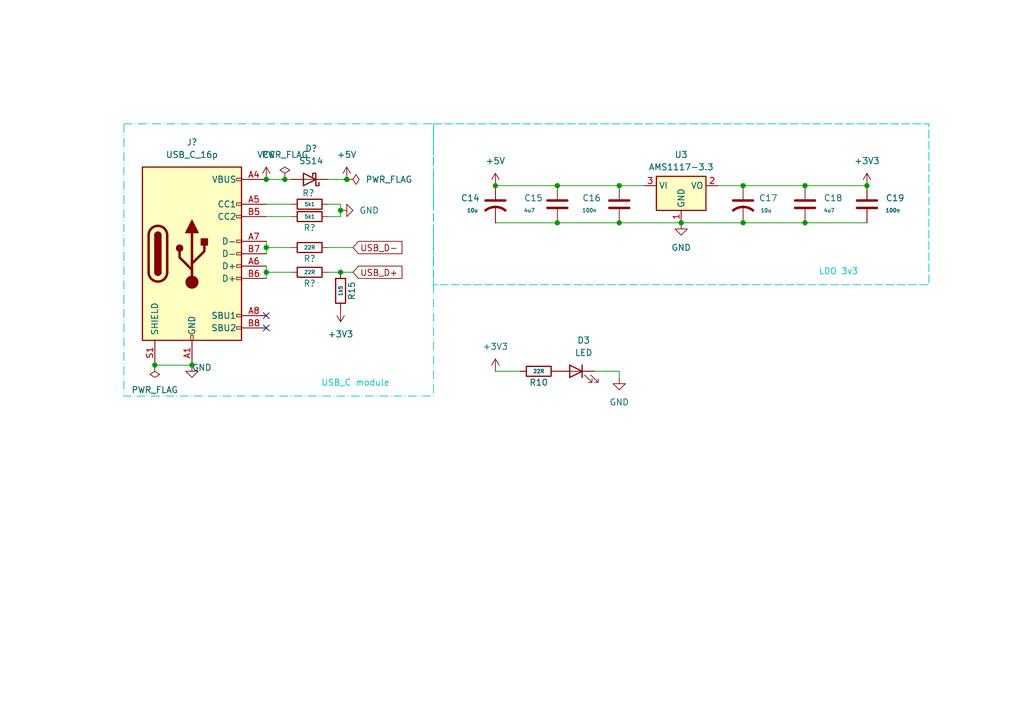
<source format=kicad_sch>
(kicad_sch (version 20250114) (generator "eeschema") (generator_version "9.0")
  (paper "A5")
  (lib_symbols
    (symbol "Connector:USB_C_Receptacle_USB2.0_16P" (pin_names (offset 1.016))
      (property "Reference" "J" (at 0 22.225 0))
      (property "Value" "USB_C_Receptacle_USB2.0_16P" (at 0 19.685 0))
      (symbol "USB_C_Receptacle_USB2.0_16P_0_0"
        (rectangle (start -0.254 -17.78) (end 0.254 -16.764))
        (rectangle (start 10.16 15.494) (end 9.144 14.986))
        (rectangle (start 10.16 10.414) (end 9.144 9.906))
        (rectangle (start 10.16 7.874) (end 9.144 7.366))
        (rectangle (start 10.16 2.794) (end 9.144 2.286))
        (rectangle (start 10.16 0.254) (end 9.144 -0.254))
        (rectangle (start 10.16 -2.286) (end 9.144 -2.794))
        (rectangle (start 10.16 -4.826) (end 9.144 -5.334))
        (rectangle (start 10.16 -12.446) (end 9.144 -12.954))
        (rectangle (start 10.16 -14.986) (end 9.144 -15.494))
      )
      (symbol "USB_C_Receptacle_USB2.0_16P_0_1"
        (rectangle (start -10.16 17.78) (end 10.16 -17.78) (stroke (width 0.254)) (fill (type background)))
        (polyline (pts (xy -8.89 -3.81) (xy -8.89 3.81)) (stroke (width 0.508)))
        (rectangle (start -7.62 -3.81) (end -6.35 3.81) (stroke (width 0.254)) (fill (type outline)))
        (arc (start -7.62 3.81) (mid -6.985 4.4423) (end -6.35 3.81) (stroke (width 0.254)))
        (arc (start -7.62 3.81) (mid -6.985 4.4423) (end -6.35 3.81) (stroke (width 0.254)) (fill (type outline)))
        (arc (start -8.89 3.81) (mid -6.985 5.7067) (end -5.08 3.81) (stroke (width 0.508)))
        (arc (start -5.08 -3.81) (mid -6.985 -5.7067) (end -8.89 -3.81) (stroke (width 0.508)))
        (arc (start -6.35 -3.81) (mid -6.985 -4.4423) (end -7.62 -3.81) (stroke (width 0.254)))
        (arc (start -6.35 -3.81) (mid -6.985 -4.4423) (end -7.62 -3.81) (stroke (width 0.254)) (fill (type outline)))
        (polyline (pts (xy -5.08 3.81) (xy -5.08 -3.81)) (stroke (width 0.508)))
        (circle (center -2.54 1.143) (radius 0.635) (stroke (width 0.254)) (fill (type outline)))
        (polyline (pts (xy -1.27 4.318) (xy 0 6.858) (xy 1.27 4.318) (xy -1.27 4.318)) (stroke (width 0.254)) (fill (type outline)))
        (polyline (pts (xy 0 -2.032) (xy 2.54 0.508) (xy 2.54 1.778)) (stroke (width 0.508)))
        (polyline (pts (xy 0 -3.302) (xy -2.54 -0.762) (xy -2.54 0.508)) (stroke (width 0.508)))
        (polyline (pts (xy 0 -5.842) (xy 0 4.318)) (stroke (width 0.508)))
        (circle (center 0 -5.842) (radius 1.27) (fill (type outline)))
        (rectangle (start 1.905 1.778) (end 3.175 3.048) (stroke (width 0.254)) (fill (type outline)))
      )
      (symbol "USB_C_Receptacle_USB2.0_16P_1_1"
        (pin passive line (at -7.62 -22.86 90) (length 5.08) (name "SHIELD") (number "S1"))
        (pin passive line (at 0 -22.86 90) (length 5.08) (name "GND") (number "A1"))
        (pin passive line (at 0 -22.86 90) (length 5.08) (hide yes) (name "GND") (number "A12"))
        (pin passive line (at 0 -22.86 90) (length 5.08) (hide yes) (name "GND") (number "B1"))
        (pin passive line (at 0 -22.86 90) (length 5.08) (hide yes) (name "GND") (number "B12"))
        (pin passive line (at 15.24 15.24 180) (length 5.08) (name "VBUS") (number "A4"))
        (pin passive line (at 15.24 15.24 180) (length 5.08) (hide yes) (name "VBUS") (number "A9"))
        (pin passive line (at 15.24 15.24 180) (length 5.08) (hide yes) (name "VBUS") (number "B4"))
        (pin passive line (at 15.24 15.24 180) (length 5.08) (hide yes) (name "VBUS") (number "B9"))
        (pin bidirectional line (at 15.24 10.16 180) (length 5.08) (name "CC1") (number "A5"))
        (pin bidirectional line (at 15.24 7.62 180) (length 5.08) (name "CC2") (number "B5"))
        (pin bidirectional line (at 15.24 2.54 180) (length 5.08) (name "D-") (number "A7"))
        (pin bidirectional line (at 15.24 0 180) (length 5.08) (name "D-") (number "B7"))
        (pin bidirectional line (at 15.24 -2.54 180) (length 5.08) (name "D+") (number "A6"))
        (pin bidirectional line (at 15.24 -5.08 180) (length 5.08) (name "D+") (number "B6"))
        (pin bidirectional line (at 15.24 -12.7 180) (length 5.08) (name "SBU1") (number "A8"))
        (pin bidirectional line (at 15.24 -15.24 180) (length 5.08) (name "SBU2") (number "B8"))
      )
    )
    (symbol "Device:C" (pin_numbers (hide yes)) (pin_names (offset 0.254))
      (property "Reference" "C" (at 0.635 2.54 0))
      (property "Value" "C" (at 0.635 -2.54 0))
      (symbol "C_0_1"
        (polyline (pts (xy -2.032 0.762) (xy 2.032 0.762)) (stroke (width 0.508)))
        (polyline (pts (xy -2.032 -0.762) (xy 2.032 -0.762)) (stroke (width 0.508)))
      )
      (symbol "C_1_1"
        (pin passive line (at 0 3.81 270) (length 2.794) (name "~") (number "1"))
        (pin passive line (at 0 -3.81 90) (length 2.794) (name "~") (number "2"))
      )
    )
    (symbol "Device:C_US" (pin_numbers (hide yes)) (pin_names (offset 0.254) (hide yes))
      (property "Reference" "C" (at 0.635 2.54 0))
      (property "Value" "C_US" (at 0.635 -2.54 0))
      (symbol "C_US_0_1"
        (polyline (pts (xy -2.032 0.762) (xy 2.032 0.762)) (stroke (width 0.508)))
        (arc (start -2.032 -1.27) (mid 0 -0.5572) (end 2.032 -1.27) (stroke (width 0.508)))
      )
      (symbol "C_US_1_1"
        (pin passive line (at 0 3.81 270) (length 2.794) (name "~") (number "1"))
        (pin passive line (at 0 -3.81 90) (length 3.302) (name "~") (number "2"))
      )
    )
    (symbol "Device:LED" (pin_numbers (hide yes)) (pin_names (offset 1.016) (hide yes))
      (property "Reference" "D" (at 0 2.54 0))
      (property "Value" "LED" (at 0 -2.54 0))
      (symbol "LED_0_1"
        (polyline (pts (xy -3.048 -0.762) (xy -4.572 -2.286) (xy -3.81 -2.286) (xy -4.572 -2.286) (xy -4.572 -1.524)))
        (polyline (pts (xy -1.778 -0.762) (xy -3.302 -2.286) (xy -2.54 -2.286) (xy -3.302 -2.286) (xy -3.302 -1.524)))
        (polyline (pts (xy -1.27 0) (xy 1.27 0)))
        (polyline (pts (xy -1.27 -1.27) (xy -1.27 1.27)) (stroke (width 0.254)))
        (polyline (pts (xy 1.27 -1.27) (xy 1.27 1.27) (xy -1.27 0) (xy 1.27 -1.27)) (stroke (width 0.254)))
      )
      (symbol "LED_1_1"
        (pin passive line (at -3.81 0 0) (length 2.54) (name "K") (number "1"))
        (pin passive line (at 3.81 0 180) (length 2.54) (name "A") (number "2"))
      )
    )
    (symbol "Device:R" (pin_numbers (hide yes)) (pin_names (offset 0))
      (property "Reference" "R" (at 2.032 0 90))
      (property "Value" "R" (at 0 0 90))
      (symbol "R_0_1"
        (rectangle (start -1.016 -2.54) (end 1.016 2.54) (stroke (width 0.254)))
      )
      (symbol "R_1_1"
        (pin passive line (at 0 3.81 270) (length 1.27) (name "~") (number "1"))
        (pin passive line (at 0 -3.81 90) (length 1.27) (name "~") (number "2"))
      )
    )
    (symbol "Diode:SS14" (pin_numbers (hide yes)) (pin_names (offset 1.016) (hide yes))
      (property "Reference" "D" (at 0 2.54 0))
      (property "Value" "SS14" (at 0 -2.54 0))
      (symbol "SS14_0_1"
        (polyline (pts (xy -1.905 0.635) (xy -1.905 1.27) (xy -1.27 1.27) (xy -1.27 -1.27) (xy -0.635 -1.27) (xy -0.635 -0.635)) (stroke (width 0.254)))
        (polyline (pts (xy 1.27 1.27) (xy 1.27 -1.27) (xy -1.27 0) (xy 1.27 1.27)) (stroke (width 0.254)))
        (polyline (pts (xy 1.27 0) (xy -1.27 0)))
      )
      (symbol "SS14_1_1"
        (pin passive line (at -3.81 0 0) (length 2.54) (name "K") (number "1"))
        (pin passive line (at 3.81 0 180) (length 2.54) (name "A") (number "2"))
      )
    )
    (symbol "Regulator_Linear:AMS1117-3.3"
      (property "Reference" "U" (at -3.81 3.175 0))
      (property "Value" "AMS1117-3.3" (at 0 3.175 0))
      (symbol "AMS1117-3.3_0_1"
        (rectangle (start -5.08 -5.08) (end 5.08 1.905) (stroke (width 0.254)) (fill (type background)))
      )
      (symbol "AMS1117-3.3_1_1"
        (pin power_in line (at -7.62 0 0) (length 2.54) (name "VI") (number "3"))
        (pin power_in line (at 0 -7.62 90) (length 2.54) (name "GND") (number "1"))
        (pin power_out line (at 7.62 0 180) (length 2.54) (name "VO") (number "2"))
      )
    )
    (symbol "power:+3V3" (power) (pin_numbers (hide yes)) (pin_names (offset 0) (hide yes))
      (property "Value" "+3V3" (at 0 3.556 0))
      (symbol "+3V3_0_1"
        (polyline (pts (xy -0.762 1.27) (xy 0 2.54)))
        (polyline (pts (xy 0 2.54) (xy 0.762 1.27)))
        (polyline (pts (xy 0 0) (xy 0 2.54)))
      )
      (symbol "+3V3_1_1"
        (pin power_in line (at 0 0 90) (length 0) (name "~") (number "1"))
      )
    )
    (symbol "power:+5V" (power) (pin_numbers (hide yes)) (pin_names (offset 0) (hide yes))
      (property "Value" "+5V" (at 0 3.556 0))
      (symbol "+5V_0_1"
        (polyline (pts (xy -0.762 1.27) (xy 0 2.54)))
        (polyline (pts (xy 0 2.54) (xy 0.762 1.27)))
        (polyline (pts (xy 0 0) (xy 0 2.54)))
      )
      (symbol "+5V_1_1"
        (pin power_in line (at 0 0 90) (length 0) (name "~") (number "1"))
      )
    )
    (symbol "power:GND" (power) (pin_numbers (hide yes)) (pin_names (offset 0) (hide yes))
      (property "Value" "GND" (at 0 -3.81 0))
      (symbol "GND_0_1"
        (polyline (pts (xy 0 0) (xy 0 -1.27) (xy 1.27 -1.27) (xy 0 -2.54) (xy -1.27 -1.27) (xy 0 -1.27)))
      )
      (symbol "GND_1_1"
        (pin power_in line (at 0 0 270) (length 0) (name "~") (number "1"))
      )
    )
    (symbol "power:PWR_FLAG" (power) (pin_numbers (hide yes)) (pin_names (offset 0) (hide yes))
      (property "Value" "PWR_FLAG" (at 0 3.81 0))
      (symbol "PWR_FLAG_0_0"
        (pin power_out line (at 0 0 90) (length 0) (name "~") (number "1"))
      )
      (symbol "PWR_FLAG_0_1"
        (polyline (pts (xy 0 0) (xy 0 1.27) (xy -1.016 1.905) (xy 0 2.54) (xy 1.016 1.905) (xy 0 1.27)))
      )
    )
    (symbol "power:VCC" (power) (pin_numbers (hide yes)) (pin_names (offset 0) (hide yes))
      (property "Value" "VCC" (at 0 3.556 0))
      (symbol "VCC_0_1"
        (polyline (pts (xy -0.762 1.27) (xy 0 2.54)))
        (polyline (pts (xy 0 2.54) (xy 0.762 1.27)))
        (polyline (pts (xy 0 0) (xy 0 2.54)))
      )
      (symbol "VCC_1_1"
        (pin power_in line (at 0 0 90) (length 0) (name "~") (number "1"))
      )
    )
  )
  (rectangle (start 25.4 25.4) (end 88.9 81.28) (stroke (width 0) (type dash_dot) (color 0 194 194 1)))
  (rectangle (start 88.9 25.4) (end 190.5 58.42) (stroke (width 0) (type dash) (color 0 194 194 1)))
  (text "LDO 3v3\n" (at 171.958 55.88 0) (effects (font (size 1.27 1.27))))
  (text "USB_C module" (at 72.898 78.74 0) (effects (font (size 1.27 1.27))))
  (junction (at 127 45.72))
  (junction (at 69.85 43.18))
  (junction (at 31.75 74.93))
  (junction (at 71.12 36.83))
  (junction (at 58.42 36.83))
  (junction (at 54.61 55.88))
  (junction (at 165.1 38.1))
  (junction (at 139.7 45.72))
  (junction (at 165.1 45.72))
  (junction (at 69.85 55.88))
  (junction (at 54.61 50.8))
  (junction (at 114.3 38.1))
  (junction (at 152.4 38.1))
  (junction (at 39.37 74.93))
  (junction (at 101.6 38.1))
  (junction (at 127 38.1))
  (junction (at 54.61 36.83))
  (junction (at 114.3 45.72))
  (junction (at 152.4 45.72))
  (junction (at 177.8 38.1))
  (no_connect (at 54.61 67.31))
  (no_connect (at 54.61 64.77))
  (wire (pts (xy 152.4 38.1) (xy 165.1 38.1)))
  (wire (pts (xy 177.8 38.1) (xy 165.1 38.1)))
  (wire (pts (xy 69.85 43.18) (xy 69.85 44.45)))
  (wire (pts (xy 127 76.2) (xy 127 77.47)))
  (wire (pts (xy 139.7 45.72) (xy 152.4 45.72)))
  (wire (pts (xy 165.1 45.72) (xy 177.8 45.72)))
  (wire (pts (xy 67.31 44.45) (xy 69.85 44.45)))
  (wire (pts (xy 54.61 55.88) (xy 59.69 55.88)))
  (wire (pts (xy 121.92 76.2) (xy 127 76.2)))
  (wire (pts (xy 67.31 36.83) (xy 71.12 36.83)))
  (wire (pts (xy 54.61 50.8) (xy 54.61 52.07)))
  (wire (pts (xy 54.61 36.83) (xy 58.42 36.83)))
  (wire (pts (xy 69.85 41.91) (xy 69.85 43.18)))
  (wire (pts (xy 58.42 36.83) (xy 59.69 36.83)))
  (wire (pts (xy 101.6 76.2) (xy 106.68 76.2)))
  (wire (pts (xy 54.61 49.53) (xy 54.61 50.8)))
  (wire (pts (xy 101.6 38.1) (xy 114.3 38.1)))
  (wire (pts (xy 67.31 41.91) (xy 69.85 41.91)))
  (wire (pts (xy 69.85 55.88) (xy 72.39 55.88)))
  (wire (pts (xy 127 38.1) (xy 132.08 38.1)))
  (wire (pts (xy 54.61 41.91) (xy 59.69 41.91)))
  (wire (pts (xy 67.31 55.88) (xy 69.85 55.88)))
  (wire (pts (xy 114.3 45.72) (xy 127 45.72)))
  (wire (pts (xy 101.6 45.72) (xy 114.3 45.72)))
  (wire (pts (xy 54.61 54.61) (xy 54.61 55.88)))
  (wire (pts (xy 67.31 50.8) (xy 72.39 50.8)))
  (wire (pts (xy 54.61 55.88) (xy 54.61 57.15)))
  (wire (pts (xy 127 45.72) (xy 139.7 45.72)))
  (wire (pts (xy 31.75 74.93) (xy 39.37 74.93)))
  (wire (pts (xy 152.4 45.72) (xy 165.1 45.72)))
  (wire (pts (xy 54.61 50.8) (xy 59.69 50.8)))
  (wire (pts (xy 114.3 38.1) (xy 127 38.1)))
  (wire (pts (xy 54.61 44.45) (xy 59.69 44.45)))
  (wire (pts (xy 147.32 38.1) (xy 152.4 38.1)))
  (global_label "USB_D+" (shape input) (at 72.39 55.88 0) (property "Intersheetrefs" "${INTERSHEET_REFS}" (effects (hide yes))))
  (global_label "USB_D-" (shape input) (at 72.39 50.8 0) (property "Intersheetrefs" "${INTERSHEET_REFS}" (effects (hide yes))))
  (symbol (lib_id "power:PWR_FLAG") (at 71.12 36.83 270) (unit 1)
    (property "Reference" "#FLG02" (effects (hide yes)))
    (property "Value" "PWR_FLAG" (at 74.93 36.8299 90) (effects (justify left)))
    (property "Description" "Special symbol for telling ERC where power comes from" (effects (hide yes)))
  )
  (symbol (lib_id "Device:C_US") (at 152.4 41.91 0) (unit 1)
    (property "Reference" "C17" (at 159.512 40.64 0) (effects (justify right)))
    (property "Value" "10u" (at 158.242 43.18 0) (effects (font (size 0.762 0.762)) (justify right)))
    (property "Footprint" "Capacitor_Tantalum_SMD:CP_EIA-3216-18_Kemet-A" (effects (hide yes)))
    (property "Description" "capacitor, US symbol" (effects (hide yes)))
  )
  (symbol (lib_id "power:PWR_FLAG") (at 58.42 36.83 0) (unit 1)
    (property "Reference" "#FLG01" (effects (hide yes)))
    (property "Value" "PWR_FLAG" (at 58.42 31.75 0))
    (property "Description" "Special symbol for telling ERC where power comes from" (effects (hide yes)))
  )
  (symbol (lib_id "power:+3V3") (at 69.85 63.5 180) (unit 1)
    (property "Reference" "#PWR047" (effects (hide yes)))
    (property "Value" "+3V3" (at 69.85 68.58 0))
    (property "Description" "Power symbol creates a global label with name \"+3V3\"" (effects (hide yes)))
  )
  (symbol (lib_id "Device:R") (at 63.5 50.8 90) (unit 1)
    (property "Reference" "R8" (at 63.5 53.086 90))
    (property "Value" "22R" (at 63.5 50.8 90) (effects (font (size 0.762 0.762))))
    (property "Footprint" "Resistor_SMD:R_0603_1608Metric" (effects (hide yes)))
    (property "Description" "Resistor" (effects (hide yes)))
    (instances (project "StrinX_Controller" (path "" (reference "R?") (unit 1))) (project "" (path "" (reference "R8") (unit 1))))
  )
  (symbol (lib_id "power:GND") (at 139.7 45.72 0) (unit 1)
    (property "Reference" "#PWR028" (effects (hide yes)))
    (property "Value" "GND" (at 139.7 50.8 0))
    (property "Description" "Power symbol creates a global label with name \"GND\" , ground" (effects (hide yes)))
  )
  (symbol (lib_id "power:GND") (at 69.85 43.18 90) (unit 1)
    (property "Reference" "#PWR027" (effects (hide yes)))
    (property "Value" "GND" (at 73.66 43.1799 90) (effects (justify right)))
    (property "Description" "Power symbol creates a global label with name \"GND\" , ground" (effects (hide yes)))
    (instances (project "" (path "" (reference "#PWR?") (unit 1))) (project "" (path "" (reference "#PWR027") (unit 1))))
  )
  (symbol (lib_id "power:GND") (at 39.37 74.93 0) (unit 1)
    (property "Reference" "#PWR029" (effects (hide yes)))
    (property "Value" "GND" (at 41.402 75.438 0))
    (property "Description" "Power symbol creates a global label with name \"GND\" , ground" (effects (hide yes)))
    (instances (project "" (path "" (reference "#PWR?") (unit 1))) (project "" (path "" (reference "#PWR029") (unit 1))))
  )
  (symbol (lib_id "power:+3V3") (at 177.8 38.1 0) (unit 1)
    (property "Reference" "#PWR026" (effects (hide yes)))
    (property "Value" "+3V3" (at 177.8 33.02 0))
    (property "Description" "Power symbol creates a global label with name \"+3V3\"" (effects (hide yes)))
  )
  (symbol (lib_id "Device:R") (at 63.5 41.91 90) (unit 1)
    (property "Reference" "R6" (at 63.246 39.624 90))
    (property "Value" "5k1" (at 63.5 41.91 90) (effects (font (size 0.762 0.762))))
    (property "Footprint" "Resistor_SMD:R_0603_1608Metric" (effects (hide yes)))
    (property "Description" "Resistor" (effects (hide yes)))
    (instances (project "StrinX_Controller" (path "" (reference "R?") (unit 1))) (project "" (path "" (reference "R6") (unit 1))))
  )
  (symbol (lib_id "Device:R") (at 69.85 59.69 180) (unit 1)
    (property "Reference" "R15" (at 72.136 59.69 90))
    (property "Value" "1k5" (at 69.85 59.69 90) (effects (font (size 0.762 0.762))))
    (property "Footprint" "Resistor_SMD:R_0603_1608Metric" (effects (hide yes)))
    (property "Description" "Resistor" (effects (hide yes)))
  )
  (symbol (lib_id "Device:C") (at 165.1 41.91 0) (unit 1)
    (property "Reference" "C18" (at 168.91 40.6399 0) (effects (justify left)))
    (property "Value" "4u7" (at 168.91 43.1799 0) (effects (font (size 0.762 0.762)) (justify left)))
    (property "Footprint" "Capacitor_SMD:C_0603_1608Metric" (effects (hide yes)))
    (property "Description" "Unpolarized capacitor" (effects (hide yes)))
  )
  (symbol (lib_id "power:GND") (at 127 77.47 0) (unit 1)
    (property "Reference" "#PWR031" (effects (hide yes)))
    (property "Value" "GND" (at 127 82.55 0))
    (property "Description" "Power symbol creates a global label with name \"GND\" , ground" (effects (hide yes)))
  )
  (symbol (lib_id "power:+3V3") (at 101.6 76.2 0) (unit 1)
    (property "Reference" "#PWR030" (effects (hide yes)))
    (property "Value" "+3V3" (at 101.6 71.12 0))
    (property "Description" "Power symbol creates a global label with name \"+3V3\"" (effects (hide yes)))
  )
  (symbol (lib_id "Connector:USB_C_Receptacle_USB2.0_16P") (at 39.37 52.07 0) (unit 1)
    (property "Reference" "J3" (at 39.37 29.21 0))
    (property "Value" "USB_C_16p" (at 39.37 31.75 0))
    (property "Footprint" "Connector_USB:USB_C_Receptacle_HRO_TYPE-C-31-M-12" (effects (hide yes)))
    (property "Datasheet" "https://www.usb.org/sites/default/files/documents/usb_type-c.zip" (effects (hide yes)))
    (property "Description" "USB 2.0-only 16P Type-C Receptacle connector" (effects (hide yes)))
    (instances (project "" (path "" (reference "J?") (unit 1))) (project "" (path "" (reference "J3") (unit 1))))
  )
  (symbol (lib_id "power:VCC") (at 54.61 36.83 0) (unit 1)
    (property "Reference" "#PWR023" (effects (hide yes)))
    (property "Value" "VCC" (at 54.61 31.75 0))
    (property "Description" "Power symbol creates a global label with name \"VCC\"" (effects (hide yes)))
  )
  (symbol (lib_id "Diode:SS14") (at 63.5 36.83 180) (unit 1)
    (property "Reference" "D2" (at 63.8175 30.48 0))
    (property "Value" "SS14" (at 63.8175 33.02 0))
    (property "Footprint" "Diode_SMD:D_SMA" (effects (hide yes)))
    (property "Datasheet" "https://www.vishay.com/docs/88746/ss12.pdf" (effects (hide yes)))
    (property "Description" "40V 1A Schottky Diode, SMA" (effects (hide yes)))
    (instances (project "" (path "" (reference "D?") (unit 1))) (project "" (path "" (reference "D2") (unit 1))))
  )
  (symbol (lib_id "Device:R") (at 110.49 76.2 90) (unit 1)
    (property "Reference" "R10" (at 110.49 78.486 90))
    (property "Value" "22R" (at 110.49 76.2 90) (effects (font (size 0.762 0.762))))
    (property "Footprint" "Resistor_SMD:R_0603_1608Metric" (effects (hide yes)))
    (property "Description" "Resistor" (effects (hide yes)))
  )
  (symbol (lib_id "Device:C") (at 177.8 41.91 0) (unit 1)
    (property "Reference" "C19" (at 181.61 40.6399 0) (effects (justify left)))
    (property "Value" "100n" (at 181.61 43.1799 0) (effects (font (size 0.762 0.762)) (justify left)))
    (property "Footprint" "Capacitor_SMD:C_0603_1608Metric" (effects (hide yes)))
    (property "Description" "Unpolarized capacitor" (effects (hide yes)))
  )
  (symbol (lib_id "Device:R") (at 63.5 55.88 90) (unit 1)
    (property "Reference" "R9" (at 63.5 58.166 90))
    (property "Value" "22R" (at 63.5 55.88 90) (effects (font (size 0.762 0.762))))
    (property "Footprint" "Resistor_SMD:R_0603_1608Metric" (effects (hide yes)))
    (property "Description" "Resistor" (effects (hide yes)))
    (instances (project "StrinX_Controller" (path "" (reference "R?") (unit 1))) (project "" (path "" (reference "R9") (unit 1))))
  )
  (symbol (lib_id "power:+5V") (at 101.6 38.1 0) (unit 1)
    (property "Reference" "#PWR025" (effects (hide yes)))
    (property "Value" "+5V" (at 101.6 33.02 0))
    (property "Description" "Power symbol creates a global label with name \"+5V\"" (effects (hide yes)))
  )
  (symbol (lib_id "Device:C_US") (at 101.6 41.91 0) (mirror y) (unit 1)
    (property "Reference" "C14" (at 94.488 40.64 0) (effects (justify right)))
    (property "Value" "10u" (at 95.758 43.18 0) (effects (font (size 0.762 0.762)) (justify right)))
    (property "Footprint" "Capacitor_Tantalum_SMD:CP_EIA-3216-18_Kemet-A" (effects (hide yes)))
    (property "Description" "capacitor, US symbol" (effects (hide yes)))
  )
  (symbol (lib_id "Device:C") (at 114.3 41.91 0) (unit 1)
    (property "Reference" "C15" (at 107.442 40.64 0) (effects (justify left)))
    (property "Value" "4u7" (at 107.442 43.18 0) (effects (font (size 0.762 0.762)) (justify left)))
    (property "Footprint" "Capacitor_SMD:C_0603_1608Metric" (effects (hide yes)))
    (property "Description" "Unpolarized capacitor" (effects (hide yes)))
  )
  (symbol (lib_id "Device:C") (at 127 41.91 0) (unit 1)
    (property "Reference" "C16" (at 119.38 40.64 0) (effects (justify left)))
    (property "Value" "100n" (at 119.38 43.18 0) (effects (font (size 0.762 0.762)) (justify left)))
    (property "Footprint" "Capacitor_SMD:C_0603_1608Metric" (effects (hide yes)))
    (property "Description" "Unpolarized capacitor" (effects (hide yes)))
  )
  (symbol (lib_id "Regulator_Linear:AMS1117-3.3") (at 139.7 38.1 0) (unit 1)
    (property "Reference" "U3" (at 139.7 31.75 0))
    (property "Value" "AMS1117-3.3" (at 139.7 34.29 0))
    (property "Footprint" "Package_TO_SOT_SMD:SOT-223-3_TabPin2" (effects (hide yes)))
    (property "Datasheet" "http://www.advanced-monolithic.com/pdf/ds1117.pdf" (effects (hide yes)))
    (property "Description" "1A Low Dropout regulator, positive, 3.3V fixed output, SOT-223" (effects (hide yes)))
  )
  (symbol (lib_id "Device:R") (at 63.5 44.45 90) (unit 1)
    (property "Reference" "R7" (at 63.5 46.736 90))
    (property "Value" "5k1" (at 63.5 44.45 90) (effects (font (size 0.762 0.762))))
    (property "Footprint" "Resistor_SMD:R_0603_1608Metric" (effects (hide yes)))
    (property "Description" "Resistor" (effects (hide yes)))
    (instances (project "" (path "" (reference "R?") (unit 1))) (project "" (path "" (reference "R7") (unit 1))))
  )
  (symbol (lib_id "Device:LED") (at 118.11 76.2 0) (mirror y) (unit 1)
    (property "Reference" "D3" (at 119.6975 69.85 0))
    (property "Value" "LED" (at 119.6975 72.39 0))
    (property "Footprint" "LED_SMD:LED_1206_3216Metric" (effects (hide yes)))
    (property "Description" "Light emitting diode" (effects (hide yes)))
    (property "Sim.Pins" "1=K 2=A" (effects (hide yes)))
  )
  (symbol (lib_id "power:PWR_FLAG") (at 31.75 74.93 180) (unit 1)
    (property "Reference" "#FLG03" (effects (hide yes)))
    (property "Value" "PWR_FLAG" (at 31.75 80.01 0))
    (property "Description" "Special symbol for telling ERC where power comes from" (effects (hide yes)))
  )
  (symbol (lib_id "power:+5V") (at 71.12 36.83 0) (unit 1)
    (property "Reference" "#PWR024" (effects (hide yes)))
    (property "Value" "+5V" (at 71.12 31.75 0))
    (property "Description" "Power symbol creates a global label with name \"+5V\"" (effects (hide yes)))
    (instances (project "" (path "" (reference "#PWR?") (unit 1))) (project "" (path "" (reference "#PWR024") (unit 1))))
  )
)
</source>
